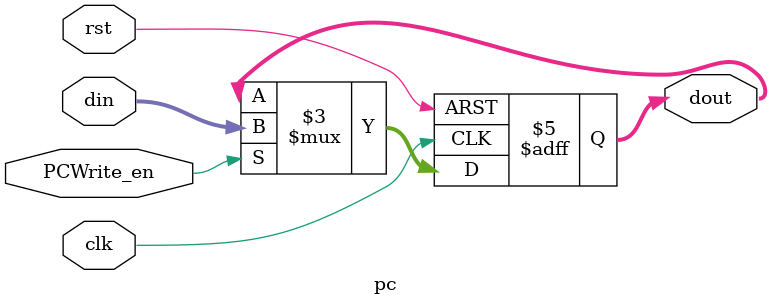
<source format=v>
module pc(din,clk,rst,dout,PCWrite_en);

  input [31:2] din;
  input clk,rst,PCWrite_en;
  output reg [31:2] dout;

always@(posedge clk or posedge rst)
  if(rst) dout = 30'b0000_0000_0000_0000_0011_0000_0000_00;
  else if(PCWrite_en)
    dout = din;
  else dout = dout;
   
endmodule

</source>
